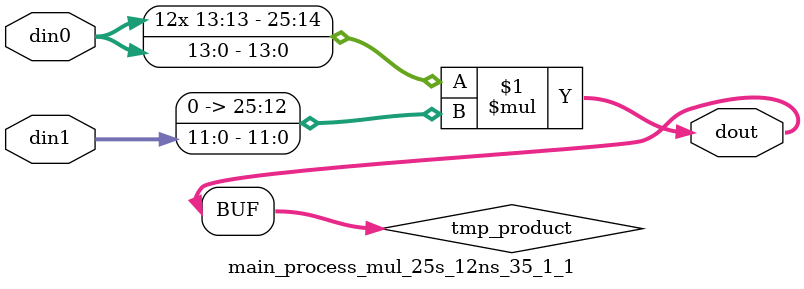
<source format=v>

`timescale 1 ns / 1 ps

 module main_process_mul_25s_12ns_35_1_1(din0, din1, dout);
parameter ID = 1;
parameter NUM_STAGE = 0;
parameter din0_WIDTH = 14;
parameter din1_WIDTH = 12;
parameter dout_WIDTH = 26;

input [din0_WIDTH - 1 : 0] din0; 
input [din1_WIDTH - 1 : 0] din1; 
output [dout_WIDTH - 1 : 0] dout;

wire signed [dout_WIDTH - 1 : 0] tmp_product;


























assign tmp_product = $signed(din0) * $signed({1'b0, din1});









assign dout = tmp_product;





















endmodule

</source>
